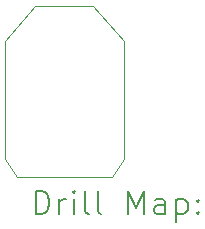
<source format=gbr>
%TF.GenerationSoftware,KiCad,Pcbnew,8.0.4*%
%TF.CreationDate,2024-08-03T18:03:16-05:00*%
%TF.ProjectId,DRV5055A4_Test_Board_V0,44525635-3035-4354-9134-5f546573745f,rev?*%
%TF.SameCoordinates,Original*%
%TF.FileFunction,Drillmap*%
%TF.FilePolarity,Positive*%
%FSLAX45Y45*%
G04 Gerber Fmt 4.5, Leading zero omitted, Abs format (unit mm)*
G04 Created by KiCad (PCBNEW 8.0.4) date 2024-08-03 18:03:16*
%MOMM*%
%LPD*%
G01*
G04 APERTURE LIST*
%ADD10C,0.100000*%
%ADD11C,0.200000*%
G04 APERTURE END LIST*
D10*
X14250000Y-9600000D02*
X14350000Y-9450000D01*
X13450000Y-9600000D02*
X14250000Y-9600000D01*
X13350000Y-9450000D02*
X13450000Y-9600000D01*
X14350000Y-8450000D02*
X14090000Y-8150000D01*
X13350000Y-8450000D02*
X13350000Y-9450000D01*
X14350000Y-9450000D02*
X14350000Y-8450000D01*
X13600000Y-8150000D02*
X13350000Y-8450000D01*
X14090000Y-8150000D02*
X13600000Y-8150000D01*
D11*
X13605777Y-9916484D02*
X13605777Y-9716484D01*
X13605777Y-9716484D02*
X13653396Y-9716484D01*
X13653396Y-9716484D02*
X13681967Y-9726008D01*
X13681967Y-9726008D02*
X13701015Y-9745055D01*
X13701015Y-9745055D02*
X13710539Y-9764103D01*
X13710539Y-9764103D02*
X13720062Y-9802198D01*
X13720062Y-9802198D02*
X13720062Y-9830770D01*
X13720062Y-9830770D02*
X13710539Y-9868865D01*
X13710539Y-9868865D02*
X13701015Y-9887912D01*
X13701015Y-9887912D02*
X13681967Y-9906960D01*
X13681967Y-9906960D02*
X13653396Y-9916484D01*
X13653396Y-9916484D02*
X13605777Y-9916484D01*
X13805777Y-9916484D02*
X13805777Y-9783150D01*
X13805777Y-9821246D02*
X13815301Y-9802198D01*
X13815301Y-9802198D02*
X13824824Y-9792674D01*
X13824824Y-9792674D02*
X13843872Y-9783150D01*
X13843872Y-9783150D02*
X13862920Y-9783150D01*
X13929586Y-9916484D02*
X13929586Y-9783150D01*
X13929586Y-9716484D02*
X13920062Y-9726008D01*
X13920062Y-9726008D02*
X13929586Y-9735531D01*
X13929586Y-9735531D02*
X13939110Y-9726008D01*
X13939110Y-9726008D02*
X13929586Y-9716484D01*
X13929586Y-9716484D02*
X13929586Y-9735531D01*
X14053396Y-9916484D02*
X14034348Y-9906960D01*
X14034348Y-9906960D02*
X14024824Y-9887912D01*
X14024824Y-9887912D02*
X14024824Y-9716484D01*
X14158158Y-9916484D02*
X14139110Y-9906960D01*
X14139110Y-9906960D02*
X14129586Y-9887912D01*
X14129586Y-9887912D02*
X14129586Y-9716484D01*
X14386729Y-9916484D02*
X14386729Y-9716484D01*
X14386729Y-9716484D02*
X14453396Y-9859341D01*
X14453396Y-9859341D02*
X14520062Y-9716484D01*
X14520062Y-9716484D02*
X14520062Y-9916484D01*
X14701015Y-9916484D02*
X14701015Y-9811722D01*
X14701015Y-9811722D02*
X14691491Y-9792674D01*
X14691491Y-9792674D02*
X14672443Y-9783150D01*
X14672443Y-9783150D02*
X14634348Y-9783150D01*
X14634348Y-9783150D02*
X14615301Y-9792674D01*
X14701015Y-9906960D02*
X14681967Y-9916484D01*
X14681967Y-9916484D02*
X14634348Y-9916484D01*
X14634348Y-9916484D02*
X14615301Y-9906960D01*
X14615301Y-9906960D02*
X14605777Y-9887912D01*
X14605777Y-9887912D02*
X14605777Y-9868865D01*
X14605777Y-9868865D02*
X14615301Y-9849817D01*
X14615301Y-9849817D02*
X14634348Y-9840293D01*
X14634348Y-9840293D02*
X14681967Y-9840293D01*
X14681967Y-9840293D02*
X14701015Y-9830770D01*
X14796253Y-9783150D02*
X14796253Y-9983150D01*
X14796253Y-9792674D02*
X14815301Y-9783150D01*
X14815301Y-9783150D02*
X14853396Y-9783150D01*
X14853396Y-9783150D02*
X14872443Y-9792674D01*
X14872443Y-9792674D02*
X14881967Y-9802198D01*
X14881967Y-9802198D02*
X14891491Y-9821246D01*
X14891491Y-9821246D02*
X14891491Y-9878389D01*
X14891491Y-9878389D02*
X14881967Y-9897436D01*
X14881967Y-9897436D02*
X14872443Y-9906960D01*
X14872443Y-9906960D02*
X14853396Y-9916484D01*
X14853396Y-9916484D02*
X14815301Y-9916484D01*
X14815301Y-9916484D02*
X14796253Y-9906960D01*
X14977205Y-9897436D02*
X14986729Y-9906960D01*
X14986729Y-9906960D02*
X14977205Y-9916484D01*
X14977205Y-9916484D02*
X14967682Y-9906960D01*
X14967682Y-9906960D02*
X14977205Y-9897436D01*
X14977205Y-9897436D02*
X14977205Y-9916484D01*
X14977205Y-9792674D02*
X14986729Y-9802198D01*
X14986729Y-9802198D02*
X14977205Y-9811722D01*
X14977205Y-9811722D02*
X14967682Y-9802198D01*
X14967682Y-9802198D02*
X14977205Y-9792674D01*
X14977205Y-9792674D02*
X14977205Y-9811722D01*
M02*

</source>
